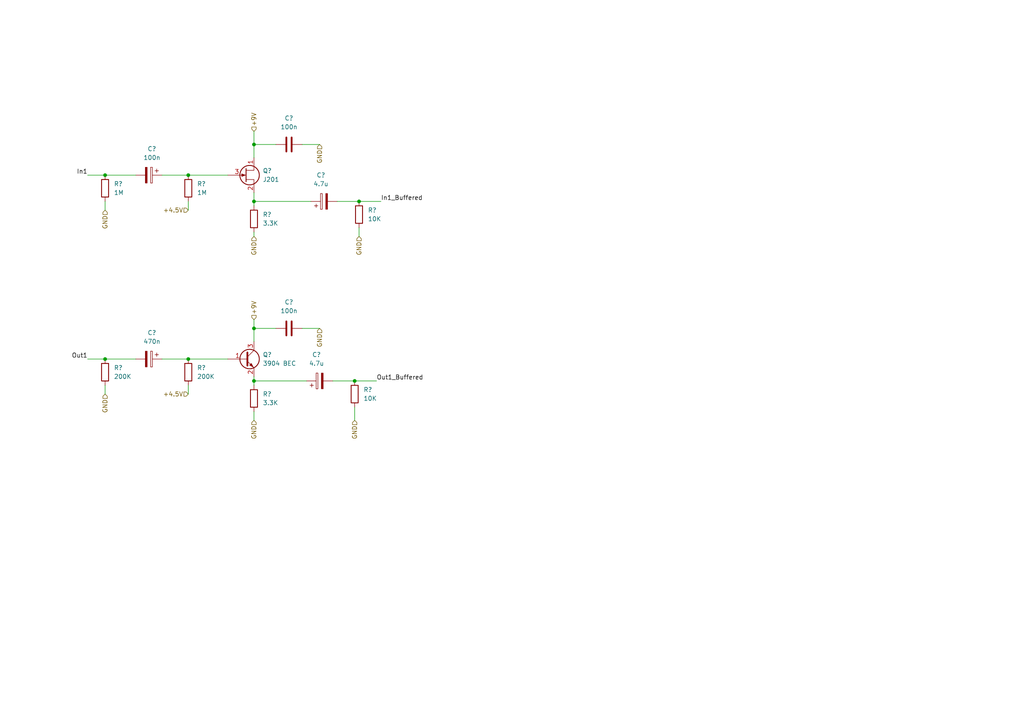
<source format=kicad_sch>
(kicad_sch (version 20211123) (generator eeschema)
  (paper "A4")
  (lib_symbols
    (symbol "Device:C" (pin_numbers hide) (pin_names (offset 0.254))
      (property "Reference" "C" (at 0.635 2.54 0))
      (property "Value" "C" (at 0.635 -2.54 0))
      (symbol "C_0_1"
        (polyline (pts (xy -2.032 -0.762) (xy 2.032 -0.762)) (stroke (width 0.508)))
        (polyline (pts (xy -2.032 0.762) (xy 2.032 0.762)) (stroke (width 0.508)))
      )
      (symbol "C_1_1"
        (pin passive line (at 0 3.81 270) (length 2.794) (name "~") (number "1"))
        (pin passive line (at 0 -3.81 90) (length 2.794) (name "~") (number "2"))
      )
    )
    (symbol "Device:C_Polarized" (pin_numbers hide) (pin_names (offset 0.254))
      (property "Reference" "C" (at 0.635 2.54 0))
      (property "Value" "C_Polarized" (at 0.635 -2.54 0))
      (symbol "C_Polarized_0_1"
        (rectangle (start -2.286 0.508) (end 2.286 1.016))
        (polyline (pts (xy -1.778 2.286) (xy -0.762 2.286)))
        (polyline (pts (xy -1.27 2.794) (xy -1.27 1.778)))
        (rectangle (start 2.286 -0.508) (end -2.286 -1.016) (fill (type outline)))
      )
      (symbol "C_Polarized_1_1"
        (pin passive line (at 0 3.81 270) (length 2.794) (name "~") (number "1"))
        (pin passive line (at 0 -3.81 90) (length 2.794) (name "~") (number "2"))
      )
    )
    (symbol "Device:Q_NJFET_DSG" (pin_names (offset 0) hide)
      (property "Reference" "Q" (at 5.08 1.27 0))
      (property "Value" "Q_NJFET_DSG" (at 5.08 -1.27 0))
      (symbol "Q_NJFET_DSG_0_1"
        (polyline (pts (xy 0.254 1.905) (xy 0.254 -1.905) (xy 0.254 -1.905)) (stroke (width 0.254)))
        (polyline (pts (xy 2.54 -2.54) (xy 2.54 -1.27) (xy 0.254 -1.27)))
        (polyline (pts (xy 2.54 2.54) (xy 2.54 1.397) (xy 0.254 1.397)))
        (polyline (pts (xy 0 0) (xy -1.016 0.381) (xy -1.016 -0.381) (xy 0 0)) (fill (type outline)))
        (circle (center 1.27 0) (radius 2.8194) (stroke (width 0.254)))
      )
      (symbol "Q_NJFET_DSG_1_1"
        (pin passive line (at 2.54 5.08 270) (length 2.54) (name "D") (number "1"))
        (pin passive line (at 2.54 -5.08 90) (length 2.54) (name "S") (number "2"))
        (pin input line (at -5.08 0 0) (length 5.334) (name "G") (number "3"))
      )
    )
    (symbol "Device:Q_NPN_BEC" (pin_names (offset 0) hide)
      (property "Reference" "Q" (at 5.08 1.27 0))
      (property "Value" "Q_NPN_BEC" (at 5.08 -1.27 0))
      (symbol "Q_NPN_BEC_0_1"
        (polyline (pts (xy 0.635 0.635) (xy 2.54 2.54)))
        (polyline (pts (xy 0.635 -0.635) (xy 2.54 -2.54) (xy 2.54 -2.54)))
        (polyline (pts (xy 0.635 1.905) (xy 0.635 -1.905) (xy 0.635 -1.905)) (stroke (width 0.508)))
        (polyline (pts (xy 1.27 -1.778) (xy 1.778 -1.27) (xy 2.286 -2.286) (xy 1.27 -1.778) (xy 1.27 -1.778)) (fill (type outline)))
        (circle (center 1.27 0) (radius 2.8194) (stroke (width 0.254)))
      )
      (symbol "Q_NPN_BEC_1_1"
        (pin input line (at -5.08 0 0) (length 5.715) (name "B") (number "1"))
        (pin passive line (at 2.54 -5.08 90) (length 2.54) (name "E") (number "2"))
        (pin passive line (at 2.54 5.08 270) (length 2.54) (name "C") (number "3"))
      )
    )
    (symbol "Device:R" (pin_numbers hide) (pin_names (offset 0))
      (property "Reference" "R" (at 2.032 0 90))
      (property "Value" "R" (at 0 0 90))
      (symbol "R_0_1"
        (rectangle (start -1.016 -2.54) (end 1.016 2.54) (stroke (width 0.254)))
      )
      (symbol "R_1_1"
        (pin passive line (at 0 3.81 270) (length 1.27) (name "~") (number "1"))
        (pin passive line (at 0 -3.81 90) (length 1.27) (name "~") (number "2"))
      )
    )
  )
  (junction (at 30.48 104.14))
  (junction (at 102.87 110.49))
  (junction (at 30.48 50.8))
  (junction (at 54.61 104.14))
  (junction (at 73.66 58.42))
  (junction (at 73.66 41.91))
  (junction (at 104.14 58.42))
  (junction (at 73.66 95.25))
  (junction (at 54.61 50.8))
  (junction (at 73.66 110.49))
  (wire (pts (xy 30.48 111.76) (xy 30.48 114.3)))
  (wire (pts (xy 104.14 58.42) (xy 110.49 58.42)))
  (wire (pts (xy 73.66 41.91) (xy 73.66 45.72)))
  (wire (pts (xy 102.87 118.11) (xy 102.87 121.92)))
  (wire (pts (xy 25.4 104.14) (xy 30.48 104.14)))
  (wire (pts (xy 30.48 104.14) (xy 39.37 104.14)))
  (wire (pts (xy 73.66 41.91) (xy 80.01 41.91)))
  (wire (pts (xy 25.4 50.8) (xy 30.48 50.8)))
  (wire (pts (xy 30.48 50.8) (xy 39.37 50.8)))
  (wire (pts (xy 73.66 119.38) (xy 73.66 121.92)))
  (wire (pts (xy 73.66 58.42) (xy 90.17 58.42)))
  (wire (pts (xy 73.66 67.31) (xy 73.66 68.58)))
  (wire (pts (xy 46.99 50.8) (xy 54.61 50.8)))
  (wire (pts (xy 96.52 110.49) (xy 102.87 110.49)))
  (wire (pts (xy 73.66 110.49) (xy 88.9 110.49)))
  (wire (pts (xy 30.48 58.42) (xy 30.48 60.96)))
  (wire (pts (xy 97.79 58.42) (xy 104.14 58.42)))
  (wire (pts (xy 73.66 95.25) (xy 73.66 99.06)))
  (wire (pts (xy 54.61 58.42) (xy 54.61 60.96)))
  (wire (pts (xy 54.61 50.8) (xy 66.04 50.8)))
  (wire (pts (xy 73.66 58.42) (xy 73.66 59.69)))
  (wire (pts (xy 73.66 109.22) (xy 73.66 110.49)))
  (wire (pts (xy 73.66 110.49) (xy 73.66 111.76)))
  (wire (pts (xy 104.14 66.04) (xy 104.14 68.58)))
  (wire (pts (xy 54.61 111.76) (xy 54.61 114.3)))
  (wire (pts (xy 46.99 104.14) (xy 54.61 104.14)))
  (wire (pts (xy 87.63 41.91) (xy 92.71 41.91)))
  (wire (pts (xy 102.87 110.49) (xy 109.22 110.49)))
  (wire (pts (xy 73.66 95.25) (xy 80.01 95.25)))
  (wire (pts (xy 73.66 38.1) (xy 73.66 41.91)))
  (wire (pts (xy 73.66 55.88) (xy 73.66 58.42)))
  (wire (pts (xy 87.63 95.25) (xy 92.71 95.25)))
  (wire (pts (xy 54.61 104.14) (xy 66.04 104.14)))
  (wire (pts (xy 73.66 92.71) (xy 73.66 95.25)))
  (label "Out1_Buffered" (at 109.22 110.49 0))
  (label "In1_Buffered" (at 110.49 58.42 0))
  (label "In1" (at 25.4 50.8 180))
  (label "Out1" (at 25.4 104.14 180))
  (hierarchical_label "GND" (shape input) (at 92.71 41.91 270))
  (hierarchical_label "GND" (shape input) (at 73.66 121.92 270))
  (hierarchical_label "+9V" (shape input) (at 73.66 92.71 90))
  (hierarchical_label "GND" (shape input) (at 92.71 95.25 270))
  (hierarchical_label "+4.5V" (shape input) (at 54.61 114.3 180))
  (hierarchical_label "+9V" (shape input) (at 73.66 38.1 90))
  (hierarchical_label "GND" (shape input) (at 30.48 114.3 270))
  (hierarchical_label "GND" (shape input) (at 73.66 68.58 270))
  (hierarchical_label "GND" (shape input) (at 104.14 68.58 270))
  (hierarchical_label "+4.5V" (shape input) (at 54.61 60.96 180))
  (hierarchical_label "GND" (shape input) (at 30.48 60.96 270))
  (hierarchical_label "GND" (shape input) (at 102.87 121.92 270))
  (symbol (lib_id "Device:R") (at 102.87 114.3 0) (unit 1)
    (property "Reference" "R?" (at 105.41 113.0299 0) (effects (justify left)))
    (property "Value" "10K" (at 105.41 115.5699 0) (effects (justify left)))
    (property "Footprint" "Resistor_SMD:R_0603_1608Metric_Pad0.98x0.95mm_HandSolder" (effects hide))
    (property "LCSC" "C203392" (effects hide))
  )
  (symbol (lib_id "Device:Q_NPN_BEC") (at 71.12 104.14 0) (unit 1)
    (property "Reference" "Q?" (at 76.2 102.8699 0) (effects (justify left)))
    (property "Value" "3904 BEC" (at 76.2 105.4099 0) (effects (justify left)))
    (property "Footprint" "Package_TO_SOT_SMD:SOT-23_Handsoldering" (effects hide))
    (property "LCSC" "C20526" (effects hide))
  )
  (symbol (lib_id "Device:R") (at 73.66 115.57 0) (unit 1)
    (property "Reference" "R?" (at 76.2 114.2999 0) (effects (justify left)))
    (property "Value" "3.3K" (at 76.2 116.8399 0) (effects (justify left)))
    (property "Footprint" "Resistor_SMD:R_0603_1608Metric_Pad0.98x0.95mm_HandSolder" (effects hide))
    (property "LCSC" "C144661" (effects hide))
  )
  (symbol (lib_id "Device:R") (at 54.61 107.95 0) (unit 1)
    (property "Reference" "R?" (at 57.15 106.6799 0) (effects (justify left)))
    (property "Value" "200K" (at 57.15 109.2199 0) (effects (justify left)))
    (property "Footprint" "Resistor_SMD:R_0603_1608Metric_Pad0.98x0.95mm_HandSolder" (effects hide))
    (property "LCSC" "C203392" (effects hide))
  )
  (symbol (lib_id "Device:R") (at 104.14 62.23 0) (unit 1)
    (property "Reference" "R?" (at 106.68 60.9599 0) (effects (justify left)))
    (property "Value" "10K" (at 106.68 63.4999 0) (effects (justify left)))
    (property "Footprint" "Resistor_SMD:R_0603_1608Metric_Pad0.98x0.95mm_HandSolder" (effects hide))
    (property "LCSC" "C203392" (effects hide))
  )
  (symbol (lib_id "Device:C_Polarized") (at 92.71 110.49 90) (unit 1)
    (property "Reference" "C?" (at 91.821 102.87 90))
    (property "Value" "4.7u" (at 91.821 105.41 90))
  )
  (symbol (lib_id "Device:R") (at 30.48 107.95 0) (unit 1)
    (property "Reference" "R?" (at 33.02 106.6799 0) (effects (justify left)))
    (property "Value" "200K" (at 33.02 109.2199 0) (effects (justify left)))
    (property "Footprint" "Resistor_SMD:R_0603_1608Metric_Pad0.98x0.95mm_HandSolder" (effects hide))
    (property "LCSC" "C234360" (effects hide))
  )
  (symbol (lib_id "Device:C_Polarized") (at 43.18 50.8 270) (unit 1)
    (property "Reference" "C?" (at 44.069 43.18 90))
    (property "Value" "100n" (at 44.069 45.72 90))
  )
  (symbol (lib_id "Device:C_Polarized") (at 93.98 58.42 90) (unit 1)
    (property "Reference" "C?" (at 93.091 50.8 90))
    (property "Value" "4.7u" (at 93.091 53.34 90))
  )
  (symbol (lib_id "Device:Q_NJFET_DSG") (at 71.12 50.8 0) (unit 1)
    (property "Reference" "Q?" (at 76.2 49.5299 0) (effects (justify left)))
    (property "Value" "J201" (at 76.2 52.0699 0) (effects (justify left)))
    (property "Footprint" "Package_TO_SOT_SMD:SOT-23_Handsoldering" (effects hide))
    (property "LCSC" "C891687" (effects hide))
  )
  (symbol (lib_id "Device:C") (at 83.82 41.91 90) (unit 1)
    (property "Reference" "C?" (at 83.82 34.29 90))
    (property "Value" "100n" (at 83.82 36.83 90))
    (property "Footprint" "Capacitor_SMD:C_0603_1608Metric_Pad1.08x0.95mm_HandSolder" (effects hide))
    (property "LCSC" "C497032" (effects hide))
    (property "Role" "ic-bypass" (effects hide))
  )
  (symbol (lib_id "Device:C_Polarized") (at 43.18 104.14 270) (unit 1)
    (property "Reference" "C?" (at 44.069 96.52 90))
    (property "Value" "470n" (at 44.069 99.06 90))
  )
  (symbol (lib_id "Device:R") (at 54.61 54.61 0) (unit 1)
    (property "Reference" "R?" (at 57.15 53.3399 0) (effects (justify left)))
    (property "Value" "1M" (at 57.15 55.8799 0) (effects (justify left)))
    (property "Footprint" "Resistor_SMD:R_0603_1608Metric_Pad0.98x0.95mm_HandSolder" (effects hide))
    (property "LCSC" "C234360" (effects hide))
  )
  (symbol (lib_id "Device:R") (at 30.48 54.61 0) (unit 1)
    (property "Reference" "R?" (at 33.02 53.3399 0) (effects (justify left)))
    (property "Value" "1M" (at 33.02 55.8799 0) (effects (justify left)))
    (property "Footprint" "Resistor_SMD:R_0603_1608Metric_Pad0.98x0.95mm_HandSolder" (effects hide))
    (property "LCSC" "C234360" (effects hide))
  )
  (symbol (lib_id "Device:R") (at 73.66 63.5 0) (unit 1)
    (property "Reference" "R?" (at 76.2 62.2299 0) (effects (justify left)))
    (property "Value" "3.3K" (at 76.2 64.7699 0) (effects (justify left)))
    (property "Footprint" "Resistor_SMD:R_0603_1608Metric_Pad0.98x0.95mm_HandSolder" (effects hide))
    (property "LCSC" "C144661" (effects hide))
  )
  (symbol (lib_id "Device:C") (at 83.82 95.25 90) (unit 1)
    (property "Reference" "C?" (at 83.82 87.63 90))
    (property "Value" "100n" (at 83.82 90.17 90))
    (property "Footprint" "Capacitor_SMD:C_0603_1608Metric_Pad1.08x0.95mm_HandSolder" (effects hide))
    (property "LCSC" "C497032" (effects hide))
    (property "Role" "ic-bypass" (effects hide))
  )
)
</source>
